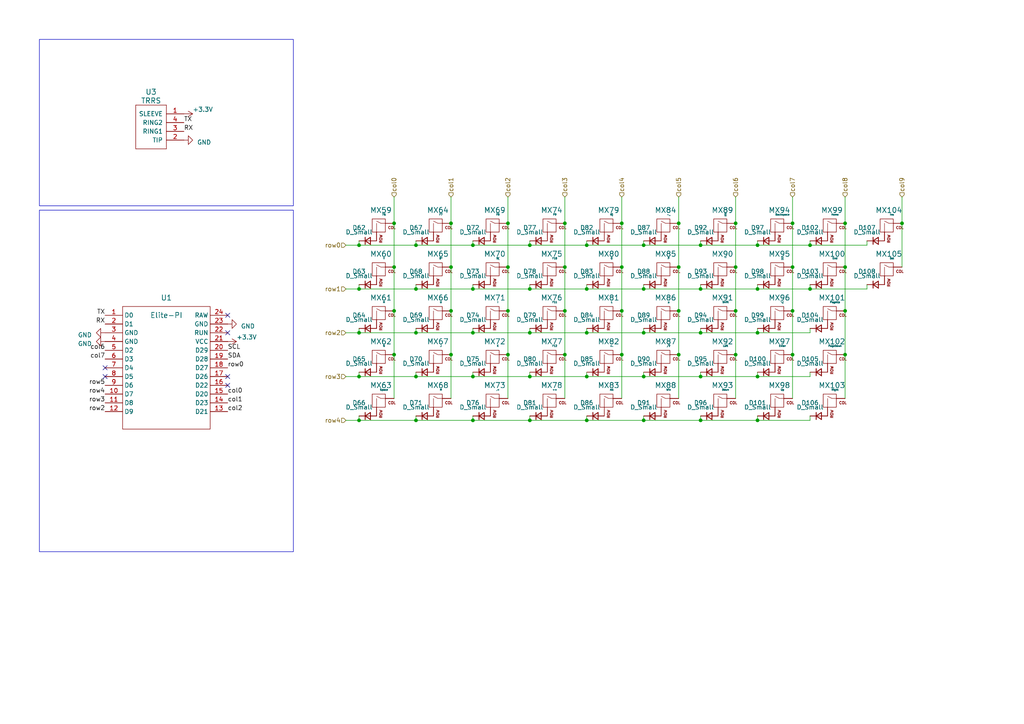
<source format=kicad_sch>
(kicad_sch (version 20230121) (generator eeschema)
  (paper "A4")
  (lib_symbols
    (symbol "Device:D_Small" (pin_numbers hide) (pin_names (offset 0.254) hide)
      (property "Reference" "D" (at -1.27 2.032 0))
      (property "Value" "D_Small" (at -3.81 -2.032 0))
      (symbol "D_Small_0_1"
        (polyline (pts (xy -0.762 -1.016) (xy -0.762 1.016)) (stroke (width 0.254)))
        (polyline (pts (xy -0.762 0) (xy 0.762 0)))
        (polyline (pts (xy 0.762 -1.016) (xy -0.762 0) (xy 0.762 1.016) (xy 0.762 -1.016)) (stroke (width 0.254)))
      )
      (symbol "D_Small_1_1"
        (pin passive line (at -2.54 0 0) (length 1.778) (name "K") (number "1"))
        (pin passive line (at 2.54 0 180) (length 1.778) (name "A") (number "2"))
      )
    )
    (symbol "MX_Alps_Hybrid:MX-NoLED" (pin_names (offset 1.016))
      (property "Reference" "MX" (at -0.635 3.81 0))
      (property "Value" "MX-NoLED" (at -0.635 1.27 0))
      (symbol "MX-NoLED_0_0"
        (rectangle (start -2.54 2.54) (end 1.27 -1.27))
        (polyline (pts (xy -1.27 -1.27) (xy -1.27 1.27)) (stroke (width 0.127)))
        (polyline (pts (xy 1.27 1.27) (xy 0 1.27) (xy -1.27 1.905)) (stroke (width 0.127)))
        (text "COL" (at 3.175 0 0) (effects (font (size 0.762 0.762))))
        (text "ROW" (at 0 -1.905 900) (effects (font (size 0.762 0.762)) (justify right)))
      )
      (symbol "MX-NoLED_1_1"
        (pin passive line (at 3.81 1.27 180) (length 2.54) (name "COL") (number "1"))
        (pin passive line (at -1.27 -3.81 90) (length 2.54) (name "ROW") (number "2"))
      )
    )
    (symbol "custom-symbols:elite-pi_24pin"
      (property "Reference" "U" (at 0 0 0))
      (property "Value" "elite-pi_24pin" (at 0 -2.54 0))
      (symbol "elite-pi_24pin_0_1"
        (rectangle (start 12.7 -17.78) (end -12.7 17.78))
      )
      (symbol "elite-pi_24pin_1_1"
        (pin input line (at -17.78 15.24 0) (length 5.08) (name "D0") (number "1"))
        (pin input line (at -17.78 -7.62 0) (length 5.08) (name "D7") (number "10"))
        (pin input line (at -17.78 -10.16 0) (length 5.08) (name "D8") (number "11"))
        (pin input line (at -17.78 -12.7 0) (length 5.08) (name "D9") (number "12"))
        (pin input line (at 17.78 -12.7 180) (length 5.08) (name "D21") (number "13"))
        (pin input line (at 17.78 -10.16 180) (length 5.08) (name "D23") (number "14"))
        (pin input line (at 17.78 -7.62 180) (length 5.08) (name "D20") (number "15"))
        (pin input line (at 17.78 -5.08 180) (length 5.08) (name "D22") (number "16"))
        (pin input line (at 17.78 -2.54 180) (length 5.08) (name "D26") (number "17"))
        (pin input line (at 17.78 0 180) (length 5.08) (name "D27") (number "18"))
        (pin input line (at 17.78 2.54 180) (length 5.08) (name "D28") (number "19"))
        (pin input line (at -17.78 12.7 0) (length 5.08) (name "D1") (number "2"))
        (pin input line (at 17.78 5.08 180) (length 5.08) (name "D29") (number "20"))
        (pin input line (at 17.78 7.62 180) (length 5.08) (name "VCC") (number "21"))
        (pin input line (at 17.78 10.16 180) (length 5.08) (name "RUN") (number "22"))
        (pin input line (at 17.78 12.7 180) (length 5.08) (name "GND") (number "23"))
        (pin input line (at 17.78 15.24 180) (length 5.08) (name "RAW") (number "24"))
        (pin input line (at -17.78 10.16 0) (length 5.08) (name "GND") (number "3"))
        (pin input line (at -17.78 7.62 0) (length 5.08) (name "GND") (number "4"))
        (pin input line (at -17.78 5.08 0) (length 5.08) (name "D2") (number "5"))
        (pin input line (at -17.78 2.54 0) (length 5.08) (name "D3") (number "6"))
        (pin input line (at -17.78 0 0) (length 5.08) (name "D4") (number "7"))
        (pin input line (at -17.78 -2.54 0) (length 5.08) (name "D5") (number "8"))
        (pin input line (at -17.78 -5.08 0) (length 5.08) (name "D6") (number "9"))
      )
    )
    (symbol "keebio:TRRS" (pin_names (offset 1.016))
      (property "Reference" "U" (at 0 15.24 0))
      (property "Value" "TRRS" (at 0 -2.54 0))
      (symbol "TRRS_0_1"
        (rectangle (start -3.81 0) (end -3.81 12.7))
        (rectangle (start -3.81 12.7) (end 5.08 12.7))
        (rectangle (start 5.08 0) (end -3.81 0))
        (rectangle (start 5.08 12.7) (end 5.08 0))
      )
      (symbol "TRRS_1_1"
        (pin input line (at -8.89 2.54 0) (length 5.08) (name "SLEEVE") (number "1"))
        (pin input line (at -8.89 10.16 0) (length 5.08) (name "TIP") (number "2"))
        (pin input line (at -8.89 7.62 0) (length 5.08) (name "RING1") (number "3"))
        (pin input line (at -8.89 5.08 0) (length 5.08) (name "RING2") (number "4"))
      )
    )
    (symbol "power:+3.3V" (power) (pin_names (offset 0))
      (property "Value" "+3.3V" (at 0 3.556 0))
      (symbol "+3.3V_0_1"
        (polyline (pts (xy -0.762 1.27) (xy 0 2.54)))
        (polyline (pts (xy 0 0) (xy 0 2.54)))
        (polyline (pts (xy 0 2.54) (xy 0.762 1.27)))
      )
      (symbol "+3.3V_1_1"
        (pin power_in line (at 0 0 90) (length 0) hide (name "+3.3V") (number "1"))
      )
    )
    (symbol "power:GND" (power) (pin_names (offset 0))
      (property "Value" "GND" (at 0 -3.81 0))
      (symbol "GND_0_1"
        (polyline (pts (xy 0 0) (xy 0 -1.27) (xy 1.27 -1.27) (xy 0 -2.54) (xy -1.27 -1.27) (xy 0 -1.27)))
      )
      (symbol "GND_1_1"
        (pin power_in line (at 0 0 270) (length 0) hide (name "GND") (number "1"))
      )
    )
  )
  (junction (at 245.11 77.47))
  (junction (at 114.3 90.17))
  (junction (at 120.65 83.82))
  (junction (at 104.14 96.52))
  (junction (at 130.81 102.87))
  (junction (at 147.32 64.77))
  (junction (at 153.67 96.52))
  (junction (at 120.65 96.52))
  (junction (at 147.32 102.87))
  (junction (at 130.81 77.47))
  (junction (at 186.69 96.52))
  (junction (at 137.16 83.82))
  (junction (at 104.14 83.82))
  (junction (at 130.81 90.17))
  (junction (at 180.34 77.47))
  (junction (at 153.67 71.12))
  (junction (at 120.65 109.22))
  (junction (at 229.87 64.77))
  (junction (at 180.34 64.77))
  (junction (at 137.16 71.12))
  (junction (at 245.11 102.87))
  (junction (at 163.83 64.77))
  (junction (at 203.2 83.82))
  (junction (at 114.3 102.87))
  (junction (at 137.16 109.22))
  (junction (at 229.87 102.87))
  (junction (at 213.36 102.87))
  (junction (at 170.18 71.12))
  (junction (at 261.62 64.77))
  (junction (at 170.18 96.52))
  (junction (at 213.36 64.77))
  (junction (at 153.67 83.82))
  (junction (at 196.85 64.77))
  (junction (at 196.85 90.17))
  (junction (at 203.2 109.22))
  (junction (at 153.67 109.22))
  (junction (at 186.69 109.22))
  (junction (at 219.71 96.52))
  (junction (at 234.95 83.82))
  (junction (at 104.14 109.22))
  (junction (at 170.18 109.22))
  (junction (at 153.67 121.92))
  (junction (at 219.71 83.82))
  (junction (at 219.71 71.12))
  (junction (at 147.32 77.47))
  (junction (at 170.18 83.82))
  (junction (at 130.81 64.77))
  (junction (at 219.71 121.92))
  (junction (at 180.34 90.17))
  (junction (at 203.2 71.12))
  (junction (at 114.3 64.77))
  (junction (at 203.2 96.52))
  (junction (at 147.32 90.17))
  (junction (at 245.11 90.17))
  (junction (at 229.87 90.17))
  (junction (at 114.3 77.47))
  (junction (at 186.69 121.92))
  (junction (at 137.16 121.92))
  (junction (at 170.18 121.92))
  (junction (at 219.71 109.22))
  (junction (at 196.85 102.87))
  (junction (at 120.65 121.92))
  (junction (at 213.36 90.17))
  (junction (at 104.14 121.92))
  (junction (at 163.83 77.47))
  (junction (at 104.14 71.12))
  (junction (at 203.2 121.92))
  (junction (at 120.65 71.12))
  (junction (at 196.85 77.47))
  (junction (at 245.11 64.77))
  (junction (at 137.16 96.52))
  (junction (at 229.87 77.47))
  (junction (at 163.83 102.87))
  (junction (at 163.83 90.17))
  (junction (at 180.34 102.87))
  (junction (at 186.69 71.12))
  (junction (at 234.95 71.12))
  (junction (at 213.36 77.47))
  (junction (at 186.69 83.82))
  (no_connect (at 66.04 111.76))
  (no_connect (at 66.04 91.44))
  (no_connect (at 66.04 96.52))
  (no_connect (at 30.48 109.22))
  (no_connect (at 30.48 106.68))
  (no_connect (at 66.04 109.22))
  (wire (pts (xy 229.87 77.47) (xy 229.87 90.17)))
  (wire (pts (xy 114.3 57.15) (xy 114.3 64.77)))
  (wire (pts (xy 120.65 121.92) (xy 137.16 121.92)))
  (wire (pts (xy 170.18 96.52) (xy 186.69 96.52)))
  (wire (pts (xy 186.69 71.12) (xy 203.2 71.12)))
  (wire (pts (xy 261.62 64.77) (xy 261.62 77.47)))
  (wire (pts (xy 163.83 77.47) (xy 163.83 90.17)))
  (wire (pts (xy 114.3 90.17) (xy 114.3 102.87)))
  (wire (pts (xy 153.67 109.22) (xy 170.18 109.22)))
  (wire (pts (xy 186.69 120.65) (xy 186.69 121.92)))
  (wire (pts (xy 120.65 120.65) (xy 120.65 121.92)))
  (wire (pts (xy 170.18 95.25) (xy 170.18 96.52)))
  (wire (pts (xy 147.32 77.47) (xy 147.32 90.17)))
  (wire (pts (xy 229.87 102.87) (xy 229.87 115.57)))
  (wire (pts (xy 234.95 69.85) (xy 234.95 71.12)))
  (wire (pts (xy 120.65 95.25) (xy 120.65 96.52)))
  (wire (pts (xy 120.65 82.55) (xy 120.65 83.82)))
  (wire (pts (xy 104.14 120.65) (xy 104.14 121.92)))
  (wire (pts (xy 245.11 90.17) (xy 245.11 102.87)))
  (wire (pts (xy 114.3 64.77) (xy 114.3 77.47)))
  (wire (pts (xy 229.87 64.77) (xy 229.87 77.47)))
  (wire (pts (xy 153.67 121.92) (xy 170.18 121.92)))
  (wire (pts (xy 251.46 82.55) (xy 251.46 83.82)))
  (wire (pts (xy 104.14 95.25) (xy 104.14 96.52)))
  (wire (pts (xy 213.36 64.77) (xy 213.36 77.47)))
  (wire (pts (xy 180.34 64.77) (xy 180.34 77.47)))
  (wire (pts (xy 251.46 69.85) (xy 251.46 71.12)))
  (wire (pts (xy 163.83 64.77) (xy 163.83 77.47)))
  (wire (pts (xy 130.81 64.77) (xy 130.81 77.47)))
  (wire (pts (xy 153.67 107.95) (xy 153.67 109.22)))
  (wire (pts (xy 203.2 69.85) (xy 203.2 71.12)))
  (wire (pts (xy 153.67 96.52) (xy 170.18 96.52)))
  (wire (pts (xy 170.18 107.95) (xy 170.18 109.22)))
  (wire (pts (xy 137.16 120.65) (xy 137.16 121.92)))
  (wire (pts (xy 219.71 95.25) (xy 219.71 96.52)))
  (wire (pts (xy 186.69 83.82) (xy 203.2 83.82)))
  (wire (pts (xy 100.33 121.92) (xy 104.14 121.92)))
  (wire (pts (xy 130.81 102.87) (xy 130.81 115.57)))
  (wire (pts (xy 219.71 107.95) (xy 219.71 109.22)))
  (wire (pts (xy 203.2 120.65) (xy 203.2 121.92)))
  (wire (pts (xy 196.85 77.47) (xy 196.85 90.17)))
  (wire (pts (xy 137.16 69.85) (xy 137.16 71.12)))
  (wire (pts (xy 213.36 102.87) (xy 213.36 115.57)))
  (wire (pts (xy 153.67 83.82) (xy 170.18 83.82)))
  (wire (pts (xy 203.2 121.92) (xy 219.71 121.92)))
  (wire (pts (xy 104.14 71.12) (xy 120.65 71.12)))
  (wire (pts (xy 147.32 64.77) (xy 147.32 77.47)))
  (wire (pts (xy 234.95 95.25) (xy 234.95 96.52)))
  (wire (pts (xy 120.65 107.95) (xy 120.65 109.22)))
  (wire (pts (xy 170.18 109.22) (xy 186.69 109.22)))
  (wire (pts (xy 130.81 77.47) (xy 130.81 90.17)))
  (wire (pts (xy 170.18 121.92) (xy 186.69 121.92)))
  (wire (pts (xy 213.36 90.17) (xy 213.36 102.87)))
  (wire (pts (xy 219.71 82.55) (xy 219.71 83.82)))
  (wire (pts (xy 120.65 83.82) (xy 137.16 83.82)))
  (wire (pts (xy 203.2 71.12) (xy 219.71 71.12)))
  (wire (pts (xy 104.14 109.22) (xy 120.65 109.22)))
  (wire (pts (xy 104.14 121.92) (xy 120.65 121.92)))
  (wire (pts (xy 186.69 96.52) (xy 203.2 96.52)))
  (wire (pts (xy 100.33 71.12) (xy 104.14 71.12)))
  (wire (pts (xy 245.11 77.47) (xy 245.11 90.17)))
  (wire (pts (xy 234.95 120.65) (xy 234.95 121.92)))
  (wire (pts (xy 219.71 121.92) (xy 234.95 121.92)))
  (wire (pts (xy 186.69 82.55) (xy 186.69 83.82)))
  (wire (pts (xy 180.34 57.15) (xy 180.34 64.77)))
  (wire (pts (xy 137.16 71.12) (xy 153.67 71.12)))
  (wire (pts (xy 120.65 109.22) (xy 137.16 109.22)))
  (wire (pts (xy 170.18 83.82) (xy 186.69 83.82)))
  (wire (pts (xy 186.69 109.22) (xy 203.2 109.22)))
  (wire (pts (xy 234.95 82.55) (xy 234.95 83.82)))
  (wire (pts (xy 104.14 82.55) (xy 104.14 83.82)))
  (wire (pts (xy 104.14 69.85) (xy 104.14 71.12)))
  (wire (pts (xy 104.14 83.82) (xy 120.65 83.82)))
  (wire (pts (xy 203.2 109.22) (xy 219.71 109.22)))
  (wire (pts (xy 203.2 83.82) (xy 219.71 83.82)))
  (wire (pts (xy 147.32 90.17) (xy 147.32 102.87)))
  (wire (pts (xy 100.33 109.22) (xy 104.14 109.22)))
  (wire (pts (xy 120.65 96.52) (xy 137.16 96.52)))
  (wire (pts (xy 261.62 57.15) (xy 261.62 64.77)))
  (wire (pts (xy 153.67 95.25) (xy 153.67 96.52)))
  (wire (pts (xy 130.81 57.15) (xy 130.81 64.77)))
  (wire (pts (xy 196.85 64.77) (xy 196.85 77.47)))
  (wire (pts (xy 163.83 90.17) (xy 163.83 102.87)))
  (wire (pts (xy 196.85 102.87) (xy 196.85 115.57)))
  (wire (pts (xy 114.3 77.47) (xy 114.3 90.17)))
  (wire (pts (xy 213.36 77.47) (xy 213.36 90.17)))
  (wire (pts (xy 186.69 121.92) (xy 203.2 121.92)))
  (wire (pts (xy 170.18 120.65) (xy 170.18 121.92)))
  (wire (pts (xy 203.2 82.55) (xy 203.2 83.82)))
  (wire (pts (xy 153.67 69.85) (xy 153.67 71.12)))
  (wire (pts (xy 153.67 120.65) (xy 153.67 121.92)))
  (wire (pts (xy 147.32 102.87) (xy 147.32 115.57)))
  (wire (pts (xy 114.3 102.87) (xy 114.3 115.57)))
  (wire (pts (xy 180.34 77.47) (xy 180.34 90.17)))
  (wire (pts (xy 186.69 69.85) (xy 186.69 71.12)))
  (wire (pts (xy 196.85 57.15) (xy 196.85 64.77)))
  (wire (pts (xy 219.71 109.22) (xy 234.95 109.22)))
  (wire (pts (xy 130.81 90.17) (xy 130.81 102.87)))
  (wire (pts (xy 170.18 71.12) (xy 186.69 71.12)))
  (wire (pts (xy 137.16 95.25) (xy 137.16 96.52)))
  (wire (pts (xy 219.71 69.85) (xy 219.71 71.12)))
  (wire (pts (xy 170.18 69.85) (xy 170.18 71.12)))
  (wire (pts (xy 196.85 90.17) (xy 196.85 102.87)))
  (wire (pts (xy 180.34 102.87) (xy 180.34 115.57)))
  (wire (pts (xy 104.14 107.95) (xy 104.14 109.22)))
  (wire (pts (xy 163.83 102.87) (xy 163.83 115.57)))
  (wire (pts (xy 163.83 57.15) (xy 163.83 64.77)))
  (wire (pts (xy 137.16 121.92) (xy 153.67 121.92)))
  (wire (pts (xy 229.87 57.15) (xy 229.87 64.77)))
  (wire (pts (xy 234.95 83.82) (xy 251.46 83.82)))
  (wire (pts (xy 186.69 107.95) (xy 186.69 109.22)))
  (wire (pts (xy 219.71 120.65) (xy 219.71 121.92)))
  (wire (pts (xy 100.33 83.82) (xy 104.14 83.82)))
  (wire (pts (xy 137.16 96.52) (xy 153.67 96.52)))
  (wire (pts (xy 245.11 102.87) (xy 245.11 115.57)))
  (wire (pts (xy 234.95 71.12) (xy 251.46 71.12)))
  (wire (pts (xy 245.11 64.77) (xy 245.11 77.47)))
  (wire (pts (xy 234.95 107.95) (xy 234.95 109.22)))
  (wire (pts (xy 180.34 90.17) (xy 180.34 102.87)))
  (wire (pts (xy 186.69 95.25) (xy 186.69 96.52)))
  (wire (pts (xy 153.67 82.55) (xy 153.67 83.82)))
  (wire (pts (xy 170.18 82.55) (xy 170.18 83.82)))
  (wire (pts (xy 120.65 69.85) (xy 120.65 71.12)))
  (wire (pts (xy 137.16 82.55) (xy 137.16 83.82)))
  (wire (pts (xy 219.71 83.82) (xy 234.95 83.82)))
  (wire (pts (xy 137.16 107.95) (xy 137.16 109.22)))
  (wire (pts (xy 203.2 107.95) (xy 203.2 109.22)))
  (wire (pts (xy 219.71 71.12) (xy 234.95 71.12)))
  (wire (pts (xy 245.11 57.15) (xy 245.11 64.77)))
  (wire (pts (xy 137.16 83.82) (xy 153.67 83.82)))
  (wire (pts (xy 213.36 57.15) (xy 213.36 64.77)))
  (wire (pts (xy 203.2 96.52) (xy 219.71 96.52)))
  (wire (pts (xy 100.33 96.52) (xy 104.14 96.52)))
  (wire (pts (xy 147.32 57.15) (xy 147.32 64.77)))
  (wire (pts (xy 153.67 71.12) (xy 170.18 71.12)))
  (wire (pts (xy 104.14 96.52) (xy 120.65 96.52)))
  (wire (pts (xy 203.2 95.25) (xy 203.2 96.52)))
  (wire (pts (xy 219.71 96.52) (xy 234.95 96.52)))
  (wire (pts (xy 137.16 109.22) (xy 153.67 109.22)))
  (wire (pts (xy 120.65 71.12) (xy 137.16 71.12)))
  (wire (pts (xy 229.87 90.17) (xy 229.87 102.87)))
  (rectangle (start 11.43 11.43) (end 85.09 59.69))
  (rectangle (start 11.43 60.96) (end 85.09 160.02))
  (label "SDA" (at 66.04 104.14 0))
  (label "col6" (at 30.48 101.6 180))
  (label "SCL" (at 66.04 101.6 0))
  (label "row2" (at 30.48 119.38 180))
  (label "row5" (at 30.48 111.76 180))
  (label "TX" (at 53.34 35.56 0))
  (label "TX" (at 30.48 91.44 180))
  (label "col1" (at 66.04 116.84 0))
  (label "col7" (at 30.48 104.14 180))
  (label "RX" (at 30.48 93.98 180))
  (label "row0" (at 66.04 106.68 0))
  (label "col0" (at 66.04 114.3 0))
  (label "RX" (at 53.34 38.1 0))
  (label "row4" (at 30.48 114.3 180))
  (label "col2" (at 66.04 119.38 0))
  (label "row3" (at 30.48 116.84 180))
  (hierarchical_label "row4" (shape input) (at 100.33 121.92 180))
  (hierarchical_label "col7" (shape input) (at 229.87 57.15 90))
  (hierarchical_label "row0" (shape input) (at 100.33 71.12 180))
  (hierarchical_label "col8" (shape input) (at 245.11 57.15 90))
  (hierarchical_label "col0" (shape input) (at 114.3 57.15 90))
  (hierarchical_label "row2" (shape input) (at 100.33 96.52 180))
  (hierarchical_label "col5" (shape input) (at 196.85 57.15 90))
  (hierarchical_label "col2" (shape input) (at 147.32 57.15 90))
  (hierarchical_label "col3" (shape input) (at 163.83 57.15 90))
  (hierarchical_label "col6" (shape input) (at 213.36 57.15 90))
  (hierarchical_label "row1" (shape input) (at 100.33 83.82 180))
  (hierarchical_label "col1" (shape input) (at 130.81 57.15 90))
  (hierarchical_label "col9" (shape input) (at 261.62 57.15 90))
  (hierarchical_label "col4" (shape input) (at 180.34 57.15 90))
  (hierarchical_label "row3" (shape input) (at 100.33 109.22 180))
  (symbol (lib_id "keebio:TRRS") (at 44.45 30.48 180) (unit 1)
    (property "Reference" "U3" (at 43.815 26.67 0) (effects (font (size 1.524 1.524))))
    (property "Value" "TRRS" (at 43.815 29.21 0) (effects (font (size 1.524 1.524))))
    (property "Footprint" "Keebio-Parts:TRRS-PJ-320A" (effects hide))
  )
  (symbol (lib_id "MX_Alps_Hybrid:MX-NoLED") (at 241.3 66.04 0) (unit 1)
    (property "Reference" "MX99" (at 241.3 60.96 0) (effects (font (size 1.524 1.524))))
    (property "Value" "Home" (at 242.1832 62.23 0) (effects (font (size 0.508 0.508))))
    (property "Footprint" "custom-footprints:Custom_SW_Cherry_MX_1.00u_PCB" (effects hide))
  )
  (symbol (lib_id "MX_Alps_Hybrid:MX-NoLED") (at 143.51 104.14 0) (unit 1)
    (property "Reference" "MX72" (at 143.51 99.06 0) (effects (font (size 1.524 1.524))))
    (property "Value" "K" (at 144.3932 100.33 0) (effects (font (size 0.508 0.508))))
    (property "Footprint" "custom-footprints:Custom_SW_Cherry_MX_1.00u_PCB" (effects hide))
  )
  (symbol (lib_id "Device:D_Small") (at 205.74 82.55 0) (unit 1)
    (property "Reference" "D93" (at 203.2 78.74 0))
    (property "Value" "D_Small" (at 203.2 80.01 0))
    (property "Footprint" "Diode_SMD:D_SOD-123" (effects hide))
    (property "Sim.Device" "D" (effects hide))
    (property "Sim.Pins" "1=K 2=A" (effects hide))
  )
  (symbol (lib_id "Device:D_Small") (at 123.19 82.55 0) (unit 1)
    (property "Reference" "D68" (at 120.65 78.74 0))
    (property "Value" "D_Small" (at 120.65 80.01 0))
    (property "Footprint" "Diode_SMD:D_SOD-123" (effects hide))
    (property "Sim.Device" "D" (effects hide))
    (property "Sim.Pins" "1=K 2=A" (effects hide))
  )
  (symbol (lib_id "MX_Alps_Hybrid:MX-NoLED") (at 127 91.44 0) (unit 1)
    (property "Reference" "MX66" (at 127 86.36 0) (effects (font (size 1.524 1.524))))
    (property "Value" "U" (at 127.8832 87.63 0) (effects (font (size 0.508 0.508))))
    (property "Footprint" "custom-footprints:Custom_SW_Cherry_MX_1.00u_PCB" (effects hide))
  )
  (symbol (lib_id "MX_Alps_Hybrid:MX-NoLED") (at 110.49 91.44 0) (unit 1)
    (property "Reference" "MX61" (at 110.49 86.36 0) (effects (font (size 1.524 1.524))))
    (property "Value" "H" (at 111.3732 87.63 0) (effects (font (size 0.508 0.508))))
    (property "Footprint" "custom-footprints:Custom_SW_Cherry_MX_1.00u_PCB" (effects hide))
  )
  (symbol (lib_id "Device:D_Small") (at 172.72 95.25 0) (unit 1)
    (property "Reference" "D84" (at 170.18 91.44 0))
    (property "Value" "D_Small" (at 170.18 92.71 0))
    (property "Footprint" "Diode_SMD:D_SOD-123" (effects hide))
    (property "Sim.Device" "D" (effects hide))
    (property "Sim.Pins" "1=K 2=A" (effects hide))
  )
  (symbol (lib_id "Device:D_Small") (at 172.72 82.55 0) (unit 1)
    (property "Reference" "D83" (at 170.18 78.74 0))
    (property "Value" "D_Small" (at 170.18 80.01 0))
    (property "Footprint" "Diode_SMD:D_SOD-123" (effects hide))
    (property "Sim.Device" "D" (effects hide))
    (property "Sim.Pins" "1=K 2=A" (effects hide))
  )
  (symbol (lib_id "MX_Alps_Hybrid:MX-NoLED") (at 209.55 104.14 0) (unit 1)
    (property "Reference" "MX92" (at 209.55 99.06 0) (effects (font (size 1.524 1.524))))
    (property "Value" "Left" (at 210.4332 100.33 0) (effects (font (size 0.508 0.508))))
    (property "Footprint" "custom-footprints:Custom_SW_Cherry_MX_1.00u_PCB" (effects hide))
  )
  (symbol (lib_id "Device:D_Small") (at 156.21 82.55 0) (unit 1)
    (property "Reference" "D78" (at 153.67 78.74 0))
    (property "Value" "D_Small" (at 153.67 80.01 0))
    (property "Footprint" "Diode_SMD:D_SOD-123" (effects hide))
    (property "Sim.Device" "D" (effects hide))
    (property "Sim.Pins" "1=K 2=A" (effects hide))
  )
  (symbol (lib_id "Device:D_Small") (at 222.25 120.65 0) (unit 1)
    (property "Reference" "D101" (at 219.71 116.84 0))
    (property "Value" "D_Small" (at 219.71 118.11 0))
    (property "Footprint" "Diode_SMD:D_SOD-123" (effects hide))
    (property "Sim.Device" "D" (effects hide))
    (property "Sim.Pins" "1=K 2=A" (effects hide))
  )
  (symbol (lib_id "Device:D_Small") (at 139.7 82.55 0) (unit 1)
    (property "Reference" "D73" (at 137.16 78.74 0))
    (property "Value" "D_Small" (at 137.16 80.01 0))
    (property "Footprint" "Diode_SMD:D_SOD-123" (effects hide))
    (property "Sim.Device" "D" (effects hide))
    (property "Sim.Pins" "1=K 2=A" (effects hide))
  )
  (symbol (lib_id "MX_Alps_Hybrid:MX-NoLED") (at 209.55 116.84 0) (unit 1)
    (property "Reference" "MX93" (at 209.55 111.76 0) (effects (font (size 1.524 1.524))))
    (property "Value" "Down" (at 210.4332 113.03 0) (effects (font (size 0.508 0.508))))
    (property "Footprint" "custom-footprints:Custom_SW_Cherry_MX_1.00u_PCB" (effects hide))
  )
  (symbol (lib_id "MX_Alps_Hybrid:MX-NoLED") (at 176.53 78.74 0) (unit 1)
    (property "Reference" "MX80" (at 176.53 73.66 0) (effects (font (size 1.524 1.524))))
    (property "Value" "O" (at 177.4132 74.93 0) (effects (font (size 0.508 0.508))))
    (property "Footprint" "custom-footprints:Custom_SW_Cherry_MX_1.00u_PCB" (effects hide))
  )
  (symbol (lib_id "Device:D_Small") (at 156.21 69.85 0) (unit 1)
    (property "Reference" "D77" (at 153.67 66.04 0))
    (property "Value" "D_Small" (at 153.67 67.31 0))
    (property "Footprint" "Diode_SMD:D_SOD-123" (effects hide))
    (property "Sim.Device" "D" (effects hide))
    (property "Sim.Pins" "1=K 2=A" (effects hide))
  )
  (symbol (lib_id "MX_Alps_Hybrid:MX-NoLED") (at 160.02 104.14 0) (unit 1)
    (property "Reference" "MX77" (at 160.02 99.06 0) (effects (font (size 1.524 1.524))))
    (property "Value" "F12" (at 160.9032 100.33 0) (effects (font (size 0.508 0.508))))
    (property "Footprint" "custom-footprints:Custom_SW_Cherry_MX_1.00u_PCB" (effects hide))
  )
  (symbol (lib_id "Device:D_Small") (at 106.68 82.55 0) (unit 1)
    (property "Reference" "D63" (at 104.14 78.74 0))
    (property "Value" "D_Small" (at 104.14 80.01 0))
    (property "Footprint" "Diode_SMD:D_SOD-123" (effects hide))
    (property "Sim.Device" "D" (effects hide))
    (property "Sim.Pins" "1=K 2=A" (effects hide))
  )
  (symbol (lib_id "MX_Alps_Hybrid:MX-NoLED") (at 176.53 91.44 0) (unit 1)
    (property "Reference" "MX81" (at 176.53 86.36 0) (effects (font (size 1.524 1.524))))
    (property "Value" "L" (at 177.4132 87.63 0) (effects (font (size 0.508 0.508))))
    (property "Footprint" "custom-footprints:Custom_SW_Cherry_MX_1.00u_PCB" (effects hide))
  )
  (symbol (lib_id "Device:D_Small") (at 123.19 69.85 0) (unit 1)
    (property "Reference" "D67" (at 120.65 66.04 0))
    (property "Value" "D_Small" (at 120.65 67.31 0))
    (property "Footprint" "Diode_SMD:D_SOD-123" (effects hide))
    (property "Sim.Device" "D" (effects hide))
    (property "Sim.Pins" "1=K 2=A" (effects hide))
  )
  (symbol (lib_id "Device:D_Small") (at 123.19 120.65 0) (unit 1)
    (property "Reference" "D71" (at 120.65 116.84 0))
    (property "Value" "D_Small" (at 120.65 118.11 0))
    (property "Footprint" "Diode_SMD:D_SOD-123" (effects hide))
    (property "Sim.Device" "D" (effects hide))
    (property "Sim.Pins" "1=K 2=A" (effects hide))
  )
  (symbol (lib_id "Device:D_Small") (at 205.74 107.95 0) (unit 1)
    (property "Reference" "D95" (at 203.2 104.14 0))
    (property "Value" "D_Small" (at 203.2 105.41 0))
    (property "Footprint" "Diode_SMD:D_SOD-123" (effects hide))
    (property "Sim.Device" "D" (effects hide))
    (property "Sim.Pins" "1=K 2=A" (effects hide))
  )
  (symbol (lib_id "MX_Alps_Hybrid:MX-NoLED") (at 257.81 78.74 0) (unit 1)
    (property "Reference" "MX105" (at 257.81 73.66 0) (effects (font (size 1.524 1.524))))
    (property "Value" "Del" (at 258.6932 74.93 0) (effects (font (size 0.508 0.508))))
    (property "Footprint" "custom-footprints:Custom_SW_Cherry_MX_1.00u_PCB" (effects hide))
  )
  (symbol (lib_id "Device:D_Small") (at 222.25 82.55 0) (unit 1)
    (property "Reference" "D98" (at 219.71 78.74 0))
    (property "Value" "D_Small" (at 219.71 80.01 0))
    (property "Footprint" "Diode_SMD:D_SOD-123" (effects hide))
    (property "Sim.Device" "D" (effects hide))
    (property "Sim.Pins" "1=K 2=A" (effects hide))
  )
  (symbol (lib_id "MX_Alps_Hybrid:MX-NoLED") (at 193.04 66.04 0) (unit 1)
    (property "Reference" "MX84" (at 193.04 60.96 0) (effects (font (size 1.524 1.524))))
    (property "Value" "-_" (at 193.9232 62.23 0) (effects (font (size 0.508 0.508))))
    (property "Footprint" "custom-footprints:Custom_SW_Cherry_MX_1.00u_PCB" (effects hide))
  )
  (symbol (lib_id "power:GND") (at 30.48 99.06 270) (unit 1)
    (property "Reference" "#PWR016" (effects hide))
    (property "Value" "GND" (at 26.67 99.695 90) (effects (justify right)))
    (instances (project "split-kb" (path "" (reference "#PWR016") (unit 1)) (path "" (reference "#PWR011") (unit 1))))
  )
  (symbol (lib_id "Device:D_Small") (at 189.23 120.65 0) (unit 1)
    (property "Reference" "D91" (at 186.69 116.84 0))
    (property "Value" "D_Small" (at 186.69 118.11 0))
    (property "Footprint" "Diode_SMD:D_SOD-123" (effects hide))
    (property "Sim.Device" "D" (effects hide))
    (property "Sim.Pins" "1=K 2=A" (effects hide))
  )
  (symbol (lib_id "power:GND") (at 30.48 96.52 270) (unit 1)
    (property "Reference" "#PWR016" (effects hide))
    (property "Value" "GND" (at 26.67 97.155 90) (effects (justify right)))
    (instances (project "split-kb" (path "" (reference "#PWR016") (unit 1)) (path "" (reference "#PWR010") (unit 1))))
  )
  (symbol (lib_id "Device:D_Small") (at 139.7 95.25 0) (unit 1)
    (property "Reference" "D74" (at 137.16 91.44 0))
    (property "Value" "D_Small" (at 137.16 92.71 0))
    (property "Footprint" "Diode_SMD:D_SOD-123" (effects hide))
    (property "Sim.Device" "D" (effects hide))
    (property "Sim.Pins" "1=K 2=A" (effects hide))
  )
  (symbol (lib_id "MX_Alps_Hybrid:MX-NoLED") (at 127 116.84 0) (unit 1)
    (property "Reference" "MX68" (at 127 111.76 0) (effects (font (size 1.524 1.524))))
    (property "Value" "M" (at 127.8832 113.03 0) (effects (font (size 0.508 0.508))))
    (property "Footprint" "custom-footprints:Custom_SW_Cherry_MX_1.00u_PCB" (effects hide))
  )
  (symbol (lib_id "MX_Alps_Hybrid:MX-NoLED") (at 209.55 66.04 0) (unit 1)
    (property "Reference" "MX89" (at 209.55 60.96 0) (effects (font (size 1.524 1.524))))
    (property "Value" "{[" (at 210.4332 62.23 0) (effects (font (size 0.508 0.508))))
    (property "Footprint" "custom-footprints:Custom_SW_Cherry_MX_1.00u_PCB" (effects hide))
  )
  (symbol (lib_id "MX_Alps_Hybrid:MX-NoLED") (at 160.02 78.74 0) (unit 1)
    (property "Reference" "MX75" (at 160.02 73.66 0) (effects (font (size 1.524 1.524))))
    (property "Value" "F10" (at 160.9032 74.93 0) (effects (font (size 0.508 0.508))))
    (property "Footprint" "custom-footprints:Custom_SW_Cherry_MX_1.00u_PCB" (effects hide))
  )
  (symbol (lib_id "Device:D_Small") (at 172.72 120.65 0) (unit 1)
    (property "Reference" "D86" (at 170.18 116.84 0))
    (property "Value" "D_Small" (at 170.18 118.11 0))
    (property "Footprint" "Diode_SMD:D_SOD-123" (effects hide))
    (property "Sim.Device" "D" (effects hide))
    (property "Sim.Pins" "1=K 2=A" (effects hide))
  )
  (symbol (lib_id "Device:D_Small") (at 156.21 107.95 0) (unit 1)
    (property "Reference" "D80" (at 153.67 104.14 0))
    (property "Value" "D_Small" (at 153.67 105.41 0))
    (property "Footprint" "Diode_SMD:D_SOD-123" (effects hide))
    (property "Sim.Device" "D" (effects hide))
    (property "Sim.Pins" "1=K 2=A" (effects hide))
  )
  (symbol (lib_id "Device:D_Small") (at 254 82.55 0) (unit 1)
    (property "Reference" "D108" (at 251.46 78.74 0))
    (property "Value" "D_Small" (at 251.46 80.01 0))
    (property "Footprint" "Diode_SMD:D_SOD-123" (effects hide))
    (property "Sim.Device" "D" (effects hide))
    (property "Sim.Pins" "1=K 2=A" (effects hide))
  )
  (symbol (lib_id "Device:D_Small") (at 106.68 120.65 0) (unit 1)
    (property "Reference" "D66" (at 104.14 116.84 0))
    (property "Value" "D_Small" (at 104.14 118.11 0))
    (property "Footprint" "Diode_SMD:D_SOD-123" (effects hide))
    (property "Sim.Device" "D" (effects hide))
    (property "Sim.Pins" "1=K 2=A" (effects hide))
  )
  (symbol (lib_id "Device:D_Small") (at 156.21 120.65 0) (unit 1)
    (property "Reference" "D81" (at 153.67 116.84 0))
    (property "Value" "D_Small" (at 153.67 118.11 0))
    (property "Footprint" "Diode_SMD:D_SOD-123" (effects hide))
    (property "Sim.Device" "D" (effects hide))
    (property "Sim.Pins" "1=K 2=A" (effects hide))
  )
  (symbol (lib_id "MX_Alps_Hybrid:MX-NoLED") (at 226.06 78.74 0) (unit 1)
    (property "Reference" "MX95" (at 226.06 73.66 0) (effects (font (size 1.524 1.524))))
    (property "Value" "}]" (at 226.9432 74.93 0) (effects (font (size 0.508 0.508))))
    (property "Footprint" "custom-footprints:Custom_SW_Cherry_MX_1.00u_PCB" (effects hide))
  )
  (symbol (lib_id "MX_Alps_Hybrid:MX-NoLED") (at 241.3 91.44 0) (unit 1)
    (property "Reference" "MX101" (at 241.3 86.36 0) (effects (font (size 1.524 1.524))))
    (property "Value" "PageUp" (at 242.1832 87.63 0) (effects (font (size 0.508 0.508))))
    (property "Footprint" "custom-footprints:Custom_SW_Cherry_MX_1.00u_PCB" (effects hide))
  )
  (symbol (lib_id "MX_Alps_Hybrid:MX-NoLED") (at 143.51 78.74 0) (unit 1)
    (property "Reference" "MX70" (at 143.51 73.66 0) (effects (font (size 1.524 1.524))))
    (property "Value" "9(" (at 144.3932 74.93 0) (effects (font (size 0.508 0.508))))
    (property "Footprint" "custom-footprints:Custom_SW_Cherry_MX_1.00u_PCB" (effects hide))
  )
  (symbol (lib_id "Device:D_Small") (at 139.7 107.95 0) (unit 1)
    (property "Reference" "D75" (at 137.16 104.14 0))
    (property "Value" "D_Small" (at 137.16 105.41 0))
    (property "Footprint" "Diode_SMD:D_SOD-123" (effects hide))
    (property "Sim.Device" "D" (effects hide))
    (property "Sim.Pins" "1=K 2=A" (effects hide))
  )
  (symbol (lib_id "Device:D_Small") (at 123.19 95.25 0) (unit 1)
    (property "Reference" "D69" (at 120.65 91.44 0))
    (property "Value" "D_Small" (at 120.65 92.71 0))
    (property "Footprint" "Diode_SMD:D_SOD-123" (effects hide))
    (property "Sim.Device" "D" (effects hide))
    (property "Sim.Pins" "1=K 2=A" (effects hide))
  )
  (symbol (lib_id "Device:D_Small") (at 106.68 95.25 0) (unit 1)
    (property "Reference" "D64" (at 104.14 91.44 0))
    (property "Value" "D_Small" (at 104.14 92.71 0))
    (property "Footprint" "Diode_SMD:D_SOD-123" (effects hide))
    (property "Sim.Device" "D" (effects hide))
    (property "Sim.Pins" "1=K 2=A" (effects hide))
  )
  (symbol (lib_id "power:+3.3V") (at 66.04 99.06 270) (unit 1)
    (property "Reference" "#PWR015" (effects hide))
    (property "Value" "+3.3V" (at 68.58 97.79 90) (effects (justify left)))
  )
  (symbol (lib_id "Device:D_Small") (at 172.72 69.85 0) (unit 1)
    (property "Reference" "D82" (at 170.18 66.04 0))
    (property "Value" "D_Small" (at 170.18 67.31 0))
    (property "Footprint" "Diode_SMD:D_SOD-123" (effects hide))
    (property "Sim.Device" "D" (effects hide))
    (property "Sim.Pins" "1=K 2=A" (effects hide))
  )
  (symbol (lib_id "MX_Alps_Hybrid:MX-NoLED") (at 257.81 66.04 0) (unit 1)
    (property "Reference" "MX104" (at 257.81 60.96 0) (effects (font (size 1.524 1.524))))
    (property "Value" "Ins" (at 258.6932 62.23 0) (effects (font (size 0.508 0.508))))
    (property "Footprint" "custom-footprints:Custom_SW_Cherry_MX_1.00u_PCB" (effects hide))
  )
  (symbol (lib_id "MX_Alps_Hybrid:MX-NoLED") (at 110.49 104.14 0) (unit 1)
    (property "Reference" "MX62" (at 110.49 99.06 0) (effects (font (size 1.524 1.524))))
    (property "Value" "N" (at 111.3732 100.33 0) (effects (font (size 0.508 0.508))))
    (property "Footprint" "custom-footprints:Custom_SW_Cherry_MX_1.00u_PCB" (effects hide))
  )
  (symbol (lib_id "Device:D_Small") (at 139.7 69.85 0) (unit 1)
    (property "Reference" "D72" (at 137.16 66.04 0))
    (property "Value" "D_Small" (at 137.16 67.31 0))
    (property "Footprint" "Diode_SMD:D_SOD-123" (effects hide))
    (property "Sim.Device" "D" (effects hide))
    (property "Sim.Pins" "1=K 2=A" (effects hide))
  )
  (symbol (lib_id "power:GND") (at 53.34 40.64 90) (unit 1)
    (property "Reference" "#PWR07" (effects hide))
    (property "Value" "GND" (at 57.15 41.275 90) (effects (justify right)))
    (instances (project "split-kb" (path "" (reference "#PWR07") (unit 1)) (path "" (reference "#PWR013") (unit 1))))
  )
  (symbol (lib_id "MX_Alps_Hybrid:MX-NoLED") (at 143.51 116.84 0) (unit 1)
    (property "Reference" "MX73" (at 143.51 111.76 0) (effects (font (size 1.524 1.524))))
    (property "Value" ",<" (at 144.3932 113.03 0) (effects (font (size 0.508 0.508))))
    (property "Footprint" "custom-footprints:Custom_SW_Cherry_MX_1.00u_PCB" (effects hide))
  )
  (symbol (lib_id "MX_Alps_Hybrid:MX-NoLED") (at 209.55 78.74 0) (unit 1)
    (property "Reference" "MX90" (at 209.55 73.66 0) (effects (font (size 1.524 1.524))))
    (property "Value" "\"'" (at 210.4332 74.93 0) (effects (font (size 0.508 0.508))))
    (property "Footprint" "custom-footprints:Custom_SW_Cherry_MX_1.00u_PCB" (effects hide))
  )
  (symbol (lib_id "Device:D_Small") (at 189.23 82.55 0) (unit 1)
    (property "Reference" "D88" (at 186.69 78.74 0))
    (property "Value" "D_Small" (at 186.69 80.01 0))
    (property "Footprint" "Diode_SMD:D_SOD-123" (effects hide))
    (property "Sim.Device" "D" (effects hide))
    (property "Sim.Pins" "1=K 2=A" (effects hide))
  )
  (symbol (lib_id "MX_Alps_Hybrid:MX-NoLED") (at 160.02 66.04 0) (unit 1)
    (property "Reference" "MX74" (at 160.02 60.96 0) (effects (font (size 1.524 1.524))))
    (property "Value" "F9" (at 160.9032 62.23 0) (effects (font (size 0.508 0.508))))
    (property "Footprint" "custom-footprints:Custom_SW_Cherry_MX_1.00u_PCB" (effects hide))
  )
  (symbol (lib_id "MX_Alps_Hybrid:MX-NoLED") (at 176.53 66.04 0) (unit 1)
    (property "Reference" "MX79" (at 176.53 60.96 0) (effects (font (size 1.524 1.524))))
    (property "Value" "0)" (at 177.4132 62.23 0) (effects (font (size 0.508 0.508))))
    (property "Footprint" "custom-footprints:Custom_SW_Cherry_MX_1.00u_PCB" (effects hide))
  )
  (symbol (lib_id "Device:D_Small") (at 222.25 95.25 0) (unit 1)
    (property "Reference" "D99" (at 219.71 91.44 0))
    (property "Value" "D_Small" (at 219.71 92.71 0))
    (property "Footprint" "Diode_SMD:D_SOD-123" (effects hide))
    (property "Sim.Device" "D" (effects hide))
    (property "Sim.Pins" "1=K 2=A" (effects hide))
  )
  (symbol (lib_id "MX_Alps_Hybrid:MX-NoLED") (at 226.06 104.14 0) (unit 1)
    (property "Reference" "MX97" (at 226.06 99.06 0) (effects (font (size 1.524 1.524))))
    (property "Value" "Enter" (at 226.9432 100.33 0) (effects (font (size 0.508 0.508))))
    (property "Footprint" "custom-footprints:Custom_SW_Cherry_MX_2.25u_PCB" (effects hide))
  )
  (symbol (lib_id "Device:D_Small") (at 237.49 82.55 0) (unit 1)
    (property "Reference" "D103" (at 234.95 78.74 0))
    (property "Value" "D_Small" (at 234.95 80.01 0))
    (property "Footprint" "Diode_SMD:D_SOD-123" (effects hide))
    (property "Sim.Device" "D" (effects hide))
    (property "Sim.Pins" "1=K 2=A" (effects hide))
  )
  (symbol (lib_id "MX_Alps_Hybrid:MX-NoLED") (at 110.49 78.74 0) (unit 1)
    (property "Reference" "MX60" (at 110.49 73.66 0) (effects (font (size 1.524 1.524))))
    (property "Value" "Y" (at 111.3732 74.93 0) (effects (font (size 0.508 0.508))))
    (property "Footprint" "custom-footprints:Custom_SW_Cherry_MX_1.00u_PCB" (effects hide))
  )
  (symbol (lib_id "Device:D_Small") (at 222.25 107.95 0) (unit 1)
    (property "Reference" "D100" (at 219.71 104.14 0))
    (property "Value" "D_Small" (at 219.71 105.41 0))
    (property "Footprint" "Diode_SMD:D_SOD-123" (effects hide))
    (property "Sim.Device" "D" (effects hide))
    (property "Sim.Pins" "1=K 2=A" (effects hide))
  )
  (symbol (lib_id "Device:D_Small") (at 237.49 69.85 0) (unit 1)
    (property "Reference" "D102" (at 234.95 66.04 0))
    (property "Value" "D_Small" (at 234.95 67.31 0))
    (property "Footprint" "Diode_SMD:D_SOD-123" (effects hide))
    (property "Sim.Device" "D" (effects hide))
    (property "Sim.Pins" "1=K 2=A" (effects hide))
  )
  (symbol (lib_id "power:+3.3V") (at 53.34 33.02 270) (unit 1)
    (property "Reference" "#PWR015" (effects hide))
    (property "Value" "+3.3V" (at 55.88 31.75 90) (effects (justify left)))
    (instances (project "split-kb" (path "" (reference "#PWR015") (unit 1)) (path "" (reference "#PWR012") (unit 1))))
  )
  (symbol (lib_id "MX_Alps_Hybrid:MX-NoLED") (at 127 78.74 0) (unit 1)
    (property "Reference" "MX65" (at 127 73.66 0) (effects (font (size 1.524 1.524))))
    (property "Value" "8*" (at 127.8832 74.93 0) (effects (font (size 0.508 0.508))))
    (property "Footprint" "custom-footprints:Custom_SW_Cherry_MX_1.00u_PCB" (effects hide))
  )
  (symbol (lib_id "MX_Alps_Hybrid:MX-NoLED") (at 110.49 116.84 0) (unit 1)
    (property "Reference" "MX63" (at 110.49 111.76 0) (effects (font (size 1.524 1.524))))
    (property "Value" "Space" (at 111.3732 113.03 0) (effects (font (size 0.508 0.508))))
    (property "Footprint" "custom-footprints:Custom_SW_Cherry_MX_2.75u_PCB_stabflip" (effects hide))
  )
  (symbol (lib_id "Device:D_Small") (at 205.74 95.25 0) (unit 1)
    (property "Reference" "D94" (at 203.2 91.44 0))
    (property "Value" "D_Small" (at 203.2 92.71 0))
    (property "Footprint" "Diode_SMD:D_SOD-123" (effects hide))
    (property "Sim.Device" "D" (effects hide))
    (property "Sim.Pins" "1=K 2=A" (effects hide))
  )
  (symbol (lib_id "MX_Alps_Hybrid:MX-NoLED") (at 176.53 116.84 0) (unit 1)
    (property "Reference" "MX83" (at 176.53 111.76 0) (effects (font (size 1.524 1.524))))
    (property "Value" "Alt" (at 177.4132 113.03 0) (effects (font (size 0.508 0.508))))
    (property "Footprint" "custom-footprints:Custom_SW_Cherry_MX_1.25u_PCB" (effects hide))
  )
  (symbol (lib_id "Device:D_Small") (at 254 69.85 0) (unit 1)
    (property "Reference" "D107" (at 251.46 66.04 0))
    (property "Value" "D_Small" (at 251.46 67.31 0))
    (property "Footprint" "Diode_SMD:D_SOD-123" (effects hide))
    (property "Sim.Device" "D" (effects hide))
    (property "Sim.Pins" "1=K 2=A" (effects hide))
  )
  (symbol (lib_id "Device:D_Small") (at 237.49 120.65 0) (unit 1)
    (property "Reference" "D106" (at 234.95 116.84 0))
    (property "Value" "D_Small" (at 234.95 118.11 0))
    (property "Footprint" "Diode_SMD:D_SOD-123" (effects hide))
    (property "Sim.Device" "D" (effects hide))
    (property "Sim.Pins" "1=K 2=A" (effects hide))
  )
  (symbol (lib_id "MX_Alps_Hybrid:MX-NoLED") (at 209.55 91.44 0) (unit 1)
    (property "Reference" "MX91" (at 209.55 86.36 0) (effects (font (size 1.524 1.524))))
    (property "Value" "Shift" (at 210.4332 87.63 0) (effects (font (size 0.508 0.508))))
    (property "Footprint" "custom-footprints:Custom_SW_Cherry_MX_1.75u_PCB" (effects hide))
  )
  (symbol (lib_id "Device:D_Small") (at 189.23 69.85 0) (unit 1)
    (property "Reference" "D87" (at 186.69 66.04 0))
    (property "Value" "D_Small" (at 186.69 67.31 0))
    (property "Footprint" "Diode_SMD:D_SOD-123" (effects hide))
    (property "Sim.Device" "D" (effects hide))
    (property "Sim.Pins" "1=K 2=A" (effects hide))
  )
  (symbol (lib_id "Device:D_Small") (at 205.74 69.85 0) (unit 1)
    (property "Reference" "D92" (at 203.2 66.04 0))
    (property "Value" "D_Small" (at 203.2 67.31 0))
    (property "Footprint" "Diode_SMD:D_SOD-123" (effects hide))
    (property "Sim.Device" "D" (effects hide))
    (property "Sim.Pins" "1=K 2=A" (effects hide))
  )
  (symbol (lib_id "Device:D_Small") (at 189.23 107.95 0) (unit 1)
    (property "Reference" "D90" (at 186.69 104.14 0))
    (property "Value" "D_Small" (at 186.69 105.41 0))
    (property "Footprint" "Diode_SMD:D_SOD-123" (effects hide))
    (property "Sim.Device" "D" (effects hide))
    (property "Sim.Pins" "1=K 2=A" (effects hide))
  )
  (symbol (lib_id "Device:D_Small") (at 172.72 107.95 0) (unit 1)
    (property "Reference" "D85" (at 170.18 104.14 0))
    (property "Value" "D_Small" (at 170.18 105.41 0))
    (property "Footprint" "Diode_SMD:D_SOD-123" (effects hide))
    (property "Sim.Device" "D" (effects hide))
    (property "Sim.Pins" "1=K 2=A" (effects hide))
  )
  (symbol (lib_id "Device:D_Small") (at 222.25 69.85 0) (unit 1)
    (property "Reference" "D97" (at 219.71 66.04 0))
    (property "Value" "D_Small" (at 219.71 67.31 0))
    (property "Footprint" "Diode_SMD:D_SOD-123" (effects hide))
    (property "Sim.Device" "D" (effects hide))
    (property "Sim.Pins" "1=K 2=A" (effects hide))
  )
  (symbol (lib_id "MX_Alps_Hybrid:MX-NoLED") (at 127 66.04 0) (unit 1)
    (property "Reference" "MX64" (at 127 60.96 0) (effects (font (size 1.524 1.524))))
    (property "Value" "F7" (at 127.8832 62.23 0) (effects (font (size 0.508 0.508))))
    (property "Footprint" "custom-footprints:Custom_SW_Cherry_MX_1.00u_PCB" (effects hide))
  )
  (symbol (lib_id "MX_Alps_Hybrid:MX-NoLED") (at 241.3 116.84 0) (unit 1)
    (property "Reference" "MX103" (at 241.3 111.76 0) (effects (font (size 1.524 1.524))))
    (property "Value" "Right" (at 242.1832 113.03 0) (effects (font (size 0.508 0.508))))
    (property "Footprint" "custom-footprints:Custom_SW_Cherry_MX_1.00u_PCB" (effects hide))
  )
  (symbol (lib_id "MX_Alps_Hybrid:MX-NoLED") (at 143.51 66.04 0) (unit 1)
    (property "Reference" "MX69" (at 143.51 60.96 0) (effects (font (size 1.524 1.524))))
    (property "Value" "F8" (at 144.3932 62.23 0) (effects (font (size 0.508 0.508))))
    (property "Footprint" "custom-footprints:Custom_SW_Cherry_MX_1.00u_PCB" (effects hide))
  )
  (symbol (lib_id "MX_Alps_Hybrid:MX-NoLED") (at 226.06 91.44 0) (unit 1)
    (property "Reference" "MX96" (at 226.06 86.36 0) (effects (font (size 1.524 1.524))))
    (property "Value" "\\|" (at 226.9432 87.63 0) (effects (font (size 0.508 0.508))))
    (property "Footprint" "custom-footprints:Custom_SW_Cherry_MX_1.50u_PCB" (effects hide))
  )
  (symbol (lib_id "Device:D_Small") (at 205.74 120.65 0) (unit 1)
    (property "Reference" "D96" (at 203.2 116.84 0))
    (property "Value" "D_Small" (at 203.2 118.11 0))
    (property "Footprint" "Diode_SMD:D_SOD-123" (effects hide))
    (property "Sim.Device" "D" (effects hide))
    (property "Sim.Pins" "1=K 2=A" (effects hide))
  )
  (symbol (lib_id "power:GND") (at 66.04 93.98 90) (unit 1)
    (property "Reference" "#PWR016" (effects hide))
    (property "Value" "GND" (at 69.85 94.615 90) (effects (justify right)))
    (instances (project "split-kb" (path "" (reference "#PWR016") (unit 1)) (path "" (reference "#PWR014") (unit 1))))
  )
  (symbol (lib_id "MX_Alps_Hybrid:MX-NoLED") (at 241.3 104.14 0) (unit 1)
    (property "Reference" "MX102" (at 241.3 99.06 0) (effects (font (size 1.524 1.524))))
    (property "Value" "PageDown" (at 242.1832 100.33 0) (effects (font (size 0.508 0.508))))
    (property "Footprint" "custom-footprints:Custom_SW_Cherry_MX_1.00u_PCB" (effects hide))
  )
  (symbol (lib_id "Device:D_Small") (at 156.21 95.25 0) (unit 1)
    (property "Reference" "D79" (at 153.67 91.44 0))
    (property "Value" "D_Small" (at 153.67 92.71 0))
    (property "Footprint" "Diode_SMD:D_SOD-123" (effects hide))
    (property "Sim.Device" "D" (effects hide))
    (property "Sim.Pins" "1=K 2=A" (effects hide))
  )
  (symbol (lib_id "Device:D_Small") (at 106.68 69.85 0) (unit 1)
    (property "Reference" "D62" (at 104.14 66.04 0))
    (property "Value" "D_Small" (at 104.14 67.31 0))
    (property "Footprint" "Diode_SMD:D_SOD-123" (effects hide))
    (property "Sim.Device" "D" (effects hide))
    (property "Sim.Pins" "1=K 2=A" (effects hide))
  )
  (symbol (lib_id "Device:D_Small") (at 189.23 95.25 0) (unit 1)
    (property "Reference" "D89" (at 186.69 91.44 0))
    (property "Value" "D_Small" (at 186.69 92.71 0))
    (property "Footprint" "Diode_SMD:D_SOD-123" (effects hide))
    (property "Sim.Device" "D" (effects hide))
    (property "Sim.Pins" "1=K 2=A" (effects hide))
  )
  (symbol (lib_id "MX_Alps_Hybrid:MX-NoLED") (at 193.04 116.84 0) (unit 1)
    (property "Reference" "MX88" (at 193.04 111.76 0) (effects (font (size 1.524 1.524))))
    (property "Value" "Win" (at 193.9232 113.03 0) (effects (font (size 0.508 0.508))))
    (property "Footprint" "custom-footprints:Custom_SW_Cherry_MX_1.25u_PCB" (effects hide))
  )
  (symbol (lib_id "MX_Alps_Hybrid:MX-NoLED") (at 241.3 78.74 0) (unit 1)
    (property "Reference" "MX100" (at 241.3 73.66 0) (effects (font (size 1.524 1.524))))
    (property "Value" "End" (at 242.1832 74.93 0) (effects (font (size 0.508 0.508))))
    (property "Footprint" "custom-footprints:Custom_SW_Cherry_MX_1.00u_PCB" (effects hide))
  )
  (symbol (lib_id "MX_Alps_Hybrid:MX-NoLED") (at 143.51 91.44 0) (unit 1)
    (property "Reference" "MX71" (at 143.51 86.36 0) (effects (font (size 1.524 1.524))))
    (property "Value" "I" (at 144.3932 87.63 0) (effects (font (size 0.508 0.508))))
    (property "Footprint" "custom-footprints:Custom_SW_Cherry_MX_1.00u_PCB" (effects hide))
  )
  (symbol (lib_id "Device:D_Small") (at 106.68 107.95 0) (unit 1)
    (property "Reference" "D65" (at 104.14 104.14 0))
    (property "Value" "D_Small" (at 104.14 105.41 0))
    (property "Footprint" "Diode_SMD:D_SOD-123" (effects hide))
    (property "Sim.Device" "D" (effects hide))
    (property "Sim.Pins" "1=K 2=A" (effects hide))
  )
  (symbol (lib_id "MX_Alps_Hybrid:MX-NoLED") (at 160.02 91.44 0) (unit 1)
    (property "Reference" "MX76" (at 160.02 86.36 0) (effects (font (size 1.524 1.524))))
    (property "Value" "F11" (at 160.9032 87.63 0) (effects (font (size 0.508 0.508))))
    (property "Footprint" "custom-footprints:Custom_SW_Cherry_MX_1.00u_PCB" (effects hide))
  )
  (symbol (lib_id "MX_Alps_Hybrid:MX-NoLED") (at 176.53 104.14 0) (unit 1)
    (property "Reference" "MX82" (at 176.53 99.06 0) (effects (font (size 1.524 1.524))))
    (property "Value" ">." (at 177.4132 100.33 0) (effects (font (size 0.508 0.508))))
    (property "Footprint" "custom-footprints:Custom_SW_Cherry_MX_1.00u_PCB" (effects hide))
  )
  (symbol (lib_id "MX_Alps_Hybrid:MX-NoLED") (at 127 104.14 0) (unit 1)
    (property "Reference" "MX67" (at 127 99.06 0) (effects (font (size 1.524 1.524))))
    (property "Value" "J" (at 127.8832 100.33 0) (effects (font (size 0.508 0.508))))
    (property "Footprint" "custom-footprints:Custom_SW_Cherry_MX_1.00u_PCB" (effects hide))
  )
  (symbol (lib_id "MX_Alps_Hybrid:MX-NoLED") (at 193.04 104.14 0) (unit 1)
    (property "Reference" "MX87" (at 193.04 99.06 0) (effects (font (size 1.524 1.524))))
    (property "Value" "/?" (at 193.9232 100.33 0) (effects (font (size 0.508 0.508))))
    (property "Footprint" "custom-footprints:Custom_SW_Cherry_MX_1.00u_PCB" (effects hide))
  )
  (symbol (lib_id "custom-symbols:elite-pi_24pin") (at 48.26 106.68 0) (unit 1)
    (property "Reference" "U1" (at 48.26 86.36 0) (effects (font (size 1.524 1.524))))
    (property "Value" "Elite-PI" (at 48.26 91.44 0) (effects (font (size 1.524 1.524))))
    (property "Footprint" "custom-footprints:Elite-PI_24pin" (effects hide))
    (instances (project "split-kb" (path "" (reference "U1") (unit 1)) (path "" (reference "U4") (unit 1))))
  )
  (symbol (lib_id "Device:D_Small") (at 123.19 107.95 0) (unit 1)
    (property "Reference" "D70" (at 120.65 104.14 0))
    (property "Value" "D_Small" (at 120.65 105.41 0))
    (property "Footprint" "Diode_SMD:D_SOD-123" (effects hide))
    (property "Sim.Device" "D" (effects hide))
    (property "Sim.Pins" "1=K 2=A" (effects hide))
  )
  (symbol (lib_id "Device:D_Small") (at 237.49 95.25 0) (unit 1)
    (property "Reference" "D104" (at 234.95 91.44 0))
    (property "Value" "D_Small" (at 234.95 92.71 0))
    (property "Footprint" "Diode_SMD:D_SOD-123" (effects hide))
    (property "Sim.Device" "D" (effects hide))
    (property "Sim.Pins" "1=K 2=A" (effects hide))
  )
  (symbol (lib_id "MX_Alps_Hybrid:MX-NoLED") (at 160.02 116.84 0) (unit 1)
    (property "Reference" "MX78" (at 160.02 111.76 0) (effects (font (size 1.524 1.524))))
    (property "Value" "+=" (at 160.9032 113.03 0) (effects (font (size 0.508 0.508))))
    (property "Footprint" "custom-footprints:Custom_SW_Cherry_MX_1.00u_PCB" (effects hide))
  )
  (symbol (lib_id "MX_Alps_Hybrid:MX-NoLED") (at 110.49 66.04 0) (unit 1)
    (property "Reference" "MX59" (at 110.49 60.96 0) (effects (font (size 1.524 1.524))))
    (property "Value" "7&" (at 111.3732 62.23 0) (effects (font (size 0.508 0.508))))
    (property "Footprint" "custom-footprints:Custom_SW_Cherry_MX_1.00u_PCB" (effects hide))
  )
  (symbol (lib_id "MX_Alps_Hybrid:MX-NoLED") (at 193.04 91.44 0) (unit 1)
    (property "Reference" "MX86" (at 193.04 86.36 0) (effects (font (size 1.524 1.524))))
    (property "Value" ";:" (at 193.9232 87.63 0) (effects (font (size 0.508 0.508))))
    (property "Footprint" "custom-footprints:Custom_SW_Cherry_MX_1.00u_PCB" (effects hide))
  )
  (symbol (lib_id "Device:D_Small") (at 237.49 107.95 0) (unit 1)
    (property "Reference" "D105" (at 234.95 104.14 0))
    (property "Value" "D_Small" (at 234.95 105.41 0))
    (property "Footprint" "Diode_SMD:D_SOD-123" (effects hide))
    (property "Sim.Device" "D" (effects hide))
    (property "Sim.Pins" "1=K 2=A" (effects hide))
  )
  (symbol (lib_id "MX_Alps_Hybrid:MX-NoLED") (at 226.06 116.84 0) (unit 1)
    (property "Reference" "MX98" (at 226.06 111.76 0) (effects (font (size 1.524 1.524))))
    (property "Value" "Up" (at 226.9432 113.03 0) (effects (font (size 0.508 0.508))))
    (property "Footprint" "custom-footprints:Custom_SW_Cherry_MX_1.00u_PCB" (effects hide))
  )
  (symbol (lib_id "Device:D_Small") (at 139.7 120.65 0) (unit 1)
    (property "Reference" "D76" (at 137.16 116.84 0))
    (property "Value" "D_Small" (at 137.16 118.11 0))
    (property "Footprint" "Diode_SMD:D_SOD-123" (effects hide))
    (property "Sim.Device" "D" (effects hide))
    (property "Sim.Pins" "1=K 2=A" (effects hide))
  )
  (symbol (lib_id "MX_Alps_Hybrid:MX-NoLED") (at 226.06 66.04 0) (unit 1)
    (property "Reference" "MX94" (at 226.06 60.96 0) (effects (font (size 1.524 1.524))))
    (property "Value" "Backspace" (at 226.9432 62.23 0) (effects (font (size 0.508 0.508))))
    (property "Footprint" "custom-footprints:Custom_SW_Cherry_MX_2.00u_PCB" (effects hide))
  )
  (symbol (lib_id "MX_Alps_Hybrid:MX-NoLED") (at 193.04 78.74 0) (unit 1)
    (property "Reference" "MX85" (at 193.04 73.66 0) (effects (font (size 1.524 1.524))))
    (property "Value" "P" (at 193.9232 74.93 0) (effects (font (size 0.508 0.508))))
    (property "Footprint" "custom-footprints:Custom_SW_Cherry_MX_1.00u_PCB" (effects hide))
  )
)
</source>
